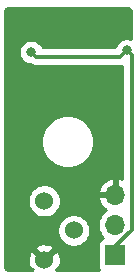
<source format=gbr>
G04 #@! TF.GenerationSoftware,KiCad,Pcbnew,(5.1.5)-3*
G04 #@! TF.CreationDate,2021-01-21T11:59:00+10:30*
G04 #@! TF.ProjectId,HallSingle,48616c6c-5369-46e6-976c-652e6b696361,rev?*
G04 #@! TF.SameCoordinates,Original*
G04 #@! TF.FileFunction,Copper,L2,Bot*
G04 #@! TF.FilePolarity,Positive*
%FSLAX46Y46*%
G04 Gerber Fmt 4.6, Leading zero omitted, Abs format (unit mm)*
G04 Created by KiCad (PCBNEW (5.1.5)-3) date 2021-01-21 11:59:00*
%MOMM*%
%LPD*%
G04 APERTURE LIST*
%ADD10C,1.524000*%
%ADD11O,1.700000X1.700000*%
%ADD12R,1.700000X1.700000*%
%ADD13C,0.800000*%
%ADD14C,0.304800*%
%ADD15C,0.254000*%
G04 APERTURE END LIST*
D10*
X142000000Y-79000000D03*
X144500000Y-76500000D03*
X142000000Y-74000000D03*
D11*
X148000000Y-73500000D03*
X148000000Y-76040000D03*
D12*
X148000000Y-78580000D03*
D13*
X142400000Y-63500000D03*
X145150000Y-60500000D03*
X139050000Y-61450000D03*
X148900000Y-59400000D03*
X149000000Y-61250000D03*
X140900000Y-61400000D03*
D14*
X148000000Y-73500000D02*
X148000000Y-73600000D01*
X148850000Y-61400000D02*
X149000000Y-61250000D01*
X149399999Y-61649999D02*
X149000000Y-61250000D01*
X148000000Y-77824290D02*
X149399999Y-76424291D01*
X149399999Y-76424291D02*
X149399999Y-61649999D01*
X148000000Y-78580000D02*
X148000000Y-77824290D01*
X140900000Y-61400000D02*
X141299999Y-61799999D01*
X148450001Y-61799999D02*
X149000000Y-61250000D01*
X141299999Y-61799999D02*
X148450001Y-61799999D01*
D15*
G36*
X149065424Y-57669580D02*
G01*
X149128356Y-57688580D01*
X149186405Y-57719445D01*
X149237343Y-57760989D01*
X149279248Y-57811644D01*
X149310515Y-57869471D01*
X149329956Y-57932272D01*
X149340000Y-58027835D01*
X149340000Y-60270557D01*
X149301898Y-60254774D01*
X149101939Y-60215000D01*
X148898061Y-60215000D01*
X148698102Y-60254774D01*
X148509744Y-60332795D01*
X148340226Y-60446063D01*
X148196063Y-60590226D01*
X148082795Y-60759744D01*
X148004774Y-60948102D01*
X147991945Y-61012599D01*
X141859809Y-61012599D01*
X141817205Y-60909744D01*
X141703937Y-60740226D01*
X141559774Y-60596063D01*
X141390256Y-60482795D01*
X141201898Y-60404774D01*
X141001939Y-60365000D01*
X140798061Y-60365000D01*
X140598102Y-60404774D01*
X140409744Y-60482795D01*
X140240226Y-60596063D01*
X140096063Y-60740226D01*
X139982795Y-60909744D01*
X139904774Y-61098102D01*
X139865000Y-61298061D01*
X139865000Y-61501939D01*
X139904774Y-61701898D01*
X139982795Y-61890256D01*
X140096063Y-62059774D01*
X140240226Y-62203937D01*
X140409744Y-62317205D01*
X140598102Y-62395226D01*
X140798061Y-62435000D01*
X140832566Y-62435000D01*
X140860427Y-62457865D01*
X140997216Y-62530981D01*
X141145642Y-62576005D01*
X141261326Y-62587399D01*
X141261335Y-62587399D01*
X141299998Y-62591207D01*
X141338661Y-62587399D01*
X148411338Y-62587399D01*
X148450001Y-62591207D01*
X148488664Y-62587399D01*
X148488674Y-62587399D01*
X148604358Y-62576005D01*
X148612600Y-62573505D01*
X148612599Y-72149226D01*
X148356891Y-72058519D01*
X148127000Y-72179186D01*
X148127000Y-73373000D01*
X148147000Y-73373000D01*
X148147000Y-73627000D01*
X148127000Y-73627000D01*
X148127000Y-73647000D01*
X147873000Y-73647000D01*
X147873000Y-73627000D01*
X146679845Y-73627000D01*
X146558524Y-73856890D01*
X146603175Y-74004099D01*
X146728359Y-74266920D01*
X146902412Y-74500269D01*
X147118645Y-74695178D01*
X147235534Y-74764805D01*
X147053368Y-74886525D01*
X146846525Y-75093368D01*
X146684010Y-75336589D01*
X146572068Y-75606842D01*
X146515000Y-75893740D01*
X146515000Y-76186260D01*
X146572068Y-76473158D01*
X146684010Y-76743411D01*
X146846525Y-76986632D01*
X146978380Y-77118487D01*
X146905820Y-77140498D01*
X146795506Y-77199463D01*
X146698815Y-77278815D01*
X146619463Y-77375506D01*
X146560498Y-77485820D01*
X146524188Y-77605518D01*
X146511928Y-77730000D01*
X146511928Y-79430000D01*
X146524188Y-79554482D01*
X146560498Y-79674180D01*
X146619463Y-79784494D01*
X146665015Y-79840000D01*
X143019608Y-79840000D01*
X142965567Y-79785959D01*
X143205656Y-79718980D01*
X143322756Y-79469952D01*
X143389023Y-79202865D01*
X143401910Y-78927983D01*
X143360922Y-78655867D01*
X143267636Y-78396977D01*
X143205656Y-78281020D01*
X142965565Y-78214040D01*
X142179605Y-79000000D01*
X142193748Y-79014143D01*
X142014143Y-79193748D01*
X142000000Y-79179605D01*
X141985858Y-79193748D01*
X141806253Y-79014143D01*
X141820395Y-79000000D01*
X141034435Y-78214040D01*
X140794344Y-78281020D01*
X140677244Y-78530048D01*
X140610977Y-78797135D01*
X140598090Y-79072017D01*
X140639078Y-79344133D01*
X140732364Y-79603023D01*
X140794344Y-79718980D01*
X141034433Y-79785959D01*
X140980392Y-79840000D01*
X139032279Y-79840000D01*
X138934576Y-79830420D01*
X138871643Y-79811420D01*
X138813594Y-79780554D01*
X138762657Y-79739011D01*
X138720752Y-79688356D01*
X138689485Y-79630529D01*
X138670044Y-79567728D01*
X138660000Y-79472165D01*
X138660000Y-78034435D01*
X141214040Y-78034435D01*
X142000000Y-78820395D01*
X142785960Y-78034435D01*
X142718980Y-77794344D01*
X142469952Y-77677244D01*
X142202865Y-77610977D01*
X141927983Y-77598090D01*
X141655867Y-77639078D01*
X141396977Y-77732364D01*
X141281020Y-77794344D01*
X141214040Y-78034435D01*
X138660000Y-78034435D01*
X138660000Y-76362408D01*
X143103000Y-76362408D01*
X143103000Y-76637592D01*
X143156686Y-76907490D01*
X143261995Y-77161727D01*
X143414880Y-77390535D01*
X143609465Y-77585120D01*
X143838273Y-77738005D01*
X144092510Y-77843314D01*
X144362408Y-77897000D01*
X144637592Y-77897000D01*
X144907490Y-77843314D01*
X145161727Y-77738005D01*
X145390535Y-77585120D01*
X145585120Y-77390535D01*
X145738005Y-77161727D01*
X145843314Y-76907490D01*
X145897000Y-76637592D01*
X145897000Y-76362408D01*
X145843314Y-76092510D01*
X145738005Y-75838273D01*
X145585120Y-75609465D01*
X145390535Y-75414880D01*
X145161727Y-75261995D01*
X144907490Y-75156686D01*
X144637592Y-75103000D01*
X144362408Y-75103000D01*
X144092510Y-75156686D01*
X143838273Y-75261995D01*
X143609465Y-75414880D01*
X143414880Y-75609465D01*
X143261995Y-75838273D01*
X143156686Y-76092510D01*
X143103000Y-76362408D01*
X138660000Y-76362408D01*
X138660000Y-73862408D01*
X140603000Y-73862408D01*
X140603000Y-74137592D01*
X140656686Y-74407490D01*
X140761995Y-74661727D01*
X140914880Y-74890535D01*
X141109465Y-75085120D01*
X141338273Y-75238005D01*
X141592510Y-75343314D01*
X141862408Y-75397000D01*
X142137592Y-75397000D01*
X142407490Y-75343314D01*
X142661727Y-75238005D01*
X142890535Y-75085120D01*
X143085120Y-74890535D01*
X143238005Y-74661727D01*
X143343314Y-74407490D01*
X143397000Y-74137592D01*
X143397000Y-73862408D01*
X143343314Y-73592510D01*
X143238005Y-73338273D01*
X143107601Y-73143110D01*
X146558524Y-73143110D01*
X146679845Y-73373000D01*
X147873000Y-73373000D01*
X147873000Y-72179186D01*
X147643109Y-72058519D01*
X147368748Y-72155843D01*
X147118645Y-72304822D01*
X146902412Y-72499731D01*
X146728359Y-72733080D01*
X146603175Y-72995901D01*
X146558524Y-73143110D01*
X143107601Y-73143110D01*
X143085120Y-73109465D01*
X142890535Y-72914880D01*
X142661727Y-72761995D01*
X142407490Y-72656686D01*
X142137592Y-72603000D01*
X141862408Y-72603000D01*
X141592510Y-72656686D01*
X141338273Y-72761995D01*
X141109465Y-72914880D01*
X140914880Y-73109465D01*
X140761995Y-73338273D01*
X140656686Y-73592510D01*
X140603000Y-73862408D01*
X138660000Y-73862408D01*
X138660000Y-68779872D01*
X141765000Y-68779872D01*
X141765000Y-69220128D01*
X141850890Y-69651925D01*
X142019369Y-70058669D01*
X142263962Y-70424729D01*
X142575271Y-70736038D01*
X142941331Y-70980631D01*
X143348075Y-71149110D01*
X143779872Y-71235000D01*
X144220128Y-71235000D01*
X144651925Y-71149110D01*
X145058669Y-70980631D01*
X145424729Y-70736038D01*
X145736038Y-70424729D01*
X145980631Y-70058669D01*
X146149110Y-69651925D01*
X146235000Y-69220128D01*
X146235000Y-68779872D01*
X146149110Y-68348075D01*
X145980631Y-67941331D01*
X145736038Y-67575271D01*
X145424729Y-67263962D01*
X145058669Y-67019369D01*
X144651925Y-66850890D01*
X144220128Y-66765000D01*
X143779872Y-66765000D01*
X143348075Y-66850890D01*
X142941331Y-67019369D01*
X142575271Y-67263962D01*
X142263962Y-67575271D01*
X142019369Y-67941331D01*
X141850890Y-68348075D01*
X141765000Y-68779872D01*
X138660000Y-68779872D01*
X138660000Y-58032279D01*
X138669580Y-57934576D01*
X138688580Y-57871644D01*
X138719445Y-57813595D01*
X138760989Y-57762657D01*
X138811644Y-57720752D01*
X138869471Y-57689485D01*
X138932272Y-57670044D01*
X139027835Y-57660000D01*
X148967721Y-57660000D01*
X149065424Y-57669580D01*
G37*
X149065424Y-57669580D02*
X149128356Y-57688580D01*
X149186405Y-57719445D01*
X149237343Y-57760989D01*
X149279248Y-57811644D01*
X149310515Y-57869471D01*
X149329956Y-57932272D01*
X149340000Y-58027835D01*
X149340000Y-60270557D01*
X149301898Y-60254774D01*
X149101939Y-60215000D01*
X148898061Y-60215000D01*
X148698102Y-60254774D01*
X148509744Y-60332795D01*
X148340226Y-60446063D01*
X148196063Y-60590226D01*
X148082795Y-60759744D01*
X148004774Y-60948102D01*
X147991945Y-61012599D01*
X141859809Y-61012599D01*
X141817205Y-60909744D01*
X141703937Y-60740226D01*
X141559774Y-60596063D01*
X141390256Y-60482795D01*
X141201898Y-60404774D01*
X141001939Y-60365000D01*
X140798061Y-60365000D01*
X140598102Y-60404774D01*
X140409744Y-60482795D01*
X140240226Y-60596063D01*
X140096063Y-60740226D01*
X139982795Y-60909744D01*
X139904774Y-61098102D01*
X139865000Y-61298061D01*
X139865000Y-61501939D01*
X139904774Y-61701898D01*
X139982795Y-61890256D01*
X140096063Y-62059774D01*
X140240226Y-62203937D01*
X140409744Y-62317205D01*
X140598102Y-62395226D01*
X140798061Y-62435000D01*
X140832566Y-62435000D01*
X140860427Y-62457865D01*
X140997216Y-62530981D01*
X141145642Y-62576005D01*
X141261326Y-62587399D01*
X141261335Y-62587399D01*
X141299998Y-62591207D01*
X141338661Y-62587399D01*
X148411338Y-62587399D01*
X148450001Y-62591207D01*
X148488664Y-62587399D01*
X148488674Y-62587399D01*
X148604358Y-62576005D01*
X148612600Y-62573505D01*
X148612599Y-72149226D01*
X148356891Y-72058519D01*
X148127000Y-72179186D01*
X148127000Y-73373000D01*
X148147000Y-73373000D01*
X148147000Y-73627000D01*
X148127000Y-73627000D01*
X148127000Y-73647000D01*
X147873000Y-73647000D01*
X147873000Y-73627000D01*
X146679845Y-73627000D01*
X146558524Y-73856890D01*
X146603175Y-74004099D01*
X146728359Y-74266920D01*
X146902412Y-74500269D01*
X147118645Y-74695178D01*
X147235534Y-74764805D01*
X147053368Y-74886525D01*
X146846525Y-75093368D01*
X146684010Y-75336589D01*
X146572068Y-75606842D01*
X146515000Y-75893740D01*
X146515000Y-76186260D01*
X146572068Y-76473158D01*
X146684010Y-76743411D01*
X146846525Y-76986632D01*
X146978380Y-77118487D01*
X146905820Y-77140498D01*
X146795506Y-77199463D01*
X146698815Y-77278815D01*
X146619463Y-77375506D01*
X146560498Y-77485820D01*
X146524188Y-77605518D01*
X146511928Y-77730000D01*
X146511928Y-79430000D01*
X146524188Y-79554482D01*
X146560498Y-79674180D01*
X146619463Y-79784494D01*
X146665015Y-79840000D01*
X143019608Y-79840000D01*
X142965567Y-79785959D01*
X143205656Y-79718980D01*
X143322756Y-79469952D01*
X143389023Y-79202865D01*
X143401910Y-78927983D01*
X143360922Y-78655867D01*
X143267636Y-78396977D01*
X143205656Y-78281020D01*
X142965565Y-78214040D01*
X142179605Y-79000000D01*
X142193748Y-79014143D01*
X142014143Y-79193748D01*
X142000000Y-79179605D01*
X141985858Y-79193748D01*
X141806253Y-79014143D01*
X141820395Y-79000000D01*
X141034435Y-78214040D01*
X140794344Y-78281020D01*
X140677244Y-78530048D01*
X140610977Y-78797135D01*
X140598090Y-79072017D01*
X140639078Y-79344133D01*
X140732364Y-79603023D01*
X140794344Y-79718980D01*
X141034433Y-79785959D01*
X140980392Y-79840000D01*
X139032279Y-79840000D01*
X138934576Y-79830420D01*
X138871643Y-79811420D01*
X138813594Y-79780554D01*
X138762657Y-79739011D01*
X138720752Y-79688356D01*
X138689485Y-79630529D01*
X138670044Y-79567728D01*
X138660000Y-79472165D01*
X138660000Y-78034435D01*
X141214040Y-78034435D01*
X142000000Y-78820395D01*
X142785960Y-78034435D01*
X142718980Y-77794344D01*
X142469952Y-77677244D01*
X142202865Y-77610977D01*
X141927983Y-77598090D01*
X141655867Y-77639078D01*
X141396977Y-77732364D01*
X141281020Y-77794344D01*
X141214040Y-78034435D01*
X138660000Y-78034435D01*
X138660000Y-76362408D01*
X143103000Y-76362408D01*
X143103000Y-76637592D01*
X143156686Y-76907490D01*
X143261995Y-77161727D01*
X143414880Y-77390535D01*
X143609465Y-77585120D01*
X143838273Y-77738005D01*
X144092510Y-77843314D01*
X144362408Y-77897000D01*
X144637592Y-77897000D01*
X144907490Y-77843314D01*
X145161727Y-77738005D01*
X145390535Y-77585120D01*
X145585120Y-77390535D01*
X145738005Y-77161727D01*
X145843314Y-76907490D01*
X145897000Y-76637592D01*
X145897000Y-76362408D01*
X145843314Y-76092510D01*
X145738005Y-75838273D01*
X145585120Y-75609465D01*
X145390535Y-75414880D01*
X145161727Y-75261995D01*
X144907490Y-75156686D01*
X144637592Y-75103000D01*
X144362408Y-75103000D01*
X144092510Y-75156686D01*
X143838273Y-75261995D01*
X143609465Y-75414880D01*
X143414880Y-75609465D01*
X143261995Y-75838273D01*
X143156686Y-76092510D01*
X143103000Y-76362408D01*
X138660000Y-76362408D01*
X138660000Y-73862408D01*
X140603000Y-73862408D01*
X140603000Y-74137592D01*
X140656686Y-74407490D01*
X140761995Y-74661727D01*
X140914880Y-74890535D01*
X141109465Y-75085120D01*
X141338273Y-75238005D01*
X141592510Y-75343314D01*
X141862408Y-75397000D01*
X142137592Y-75397000D01*
X142407490Y-75343314D01*
X142661727Y-75238005D01*
X142890535Y-75085120D01*
X143085120Y-74890535D01*
X143238005Y-74661727D01*
X143343314Y-74407490D01*
X143397000Y-74137592D01*
X143397000Y-73862408D01*
X143343314Y-73592510D01*
X143238005Y-73338273D01*
X143107601Y-73143110D01*
X146558524Y-73143110D01*
X146679845Y-73373000D01*
X147873000Y-73373000D01*
X147873000Y-72179186D01*
X147643109Y-72058519D01*
X147368748Y-72155843D01*
X147118645Y-72304822D01*
X146902412Y-72499731D01*
X146728359Y-72733080D01*
X146603175Y-72995901D01*
X146558524Y-73143110D01*
X143107601Y-73143110D01*
X143085120Y-73109465D01*
X142890535Y-72914880D01*
X142661727Y-72761995D01*
X142407490Y-72656686D01*
X142137592Y-72603000D01*
X141862408Y-72603000D01*
X141592510Y-72656686D01*
X141338273Y-72761995D01*
X141109465Y-72914880D01*
X140914880Y-73109465D01*
X140761995Y-73338273D01*
X140656686Y-73592510D01*
X140603000Y-73862408D01*
X138660000Y-73862408D01*
X138660000Y-68779872D01*
X141765000Y-68779872D01*
X141765000Y-69220128D01*
X141850890Y-69651925D01*
X142019369Y-70058669D01*
X142263962Y-70424729D01*
X142575271Y-70736038D01*
X142941331Y-70980631D01*
X143348075Y-71149110D01*
X143779872Y-71235000D01*
X144220128Y-71235000D01*
X144651925Y-71149110D01*
X145058669Y-70980631D01*
X145424729Y-70736038D01*
X145736038Y-70424729D01*
X145980631Y-70058669D01*
X146149110Y-69651925D01*
X146235000Y-69220128D01*
X146235000Y-68779872D01*
X146149110Y-68348075D01*
X145980631Y-67941331D01*
X145736038Y-67575271D01*
X145424729Y-67263962D01*
X145058669Y-67019369D01*
X144651925Y-66850890D01*
X144220128Y-66765000D01*
X143779872Y-66765000D01*
X143348075Y-66850890D01*
X142941331Y-67019369D01*
X142575271Y-67263962D01*
X142263962Y-67575271D01*
X142019369Y-67941331D01*
X141850890Y-68348075D01*
X141765000Y-68779872D01*
X138660000Y-68779872D01*
X138660000Y-58032279D01*
X138669580Y-57934576D01*
X138688580Y-57871644D01*
X138719445Y-57813595D01*
X138760989Y-57762657D01*
X138811644Y-57720752D01*
X138869471Y-57689485D01*
X138932272Y-57670044D01*
X139027835Y-57660000D01*
X148967721Y-57660000D01*
X149065424Y-57669580D01*
M02*

</source>
